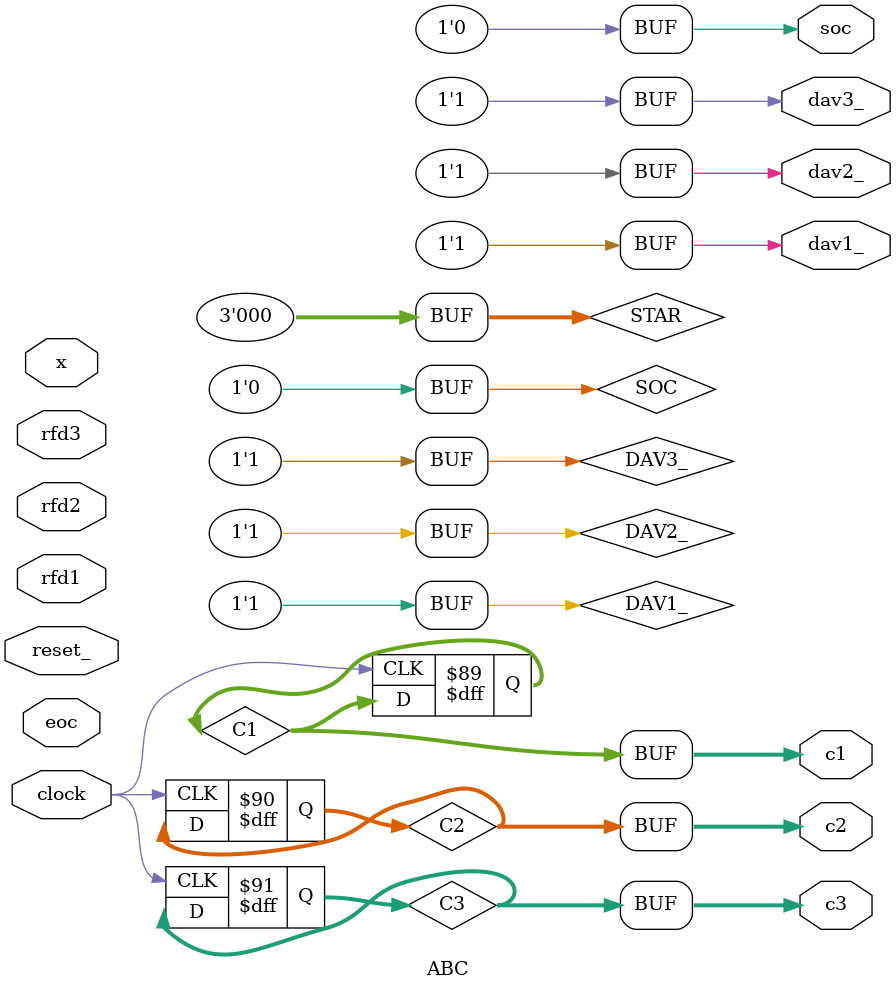
<source format=v>

module ABC (
    x,
    c1, c2, c3,
    soc, eoc,
    dav1_, rfd1,
    dav2_, rfd2,
    dav3_, rfd3,
    clock, reset_
);
    input [7:0] x;
    output [2:0] c1, c2, c3;
    input eoc;  output soc;
    input rfd1; output dav1_;
    input rfd2; output dav2_;
    input rfd3; output dav3_;
    input clock, reset_;

    //registro di stato
    reg [2:0] STAR;
    localparam
        S0 = 0,
        S1 = 1,
        S2 = 2,
        S3 = 3,
        S4 = 4;

    //registri operativi d'uscita
    reg [2:0] C1, C2, C3;
    assign c1 = C1;
    assign c2 = C2;
    assign c3 = C3;
    reg DAV1_;  assign dav1_ = DAV1_;
    reg DAV2_;  assign dav2_ = DAV2_;
    reg DAV3_;  assign dav3_ = DAV3_;
    reg SOC;    assign soc = SOC;

    //altri registri operativi
    reg [2:0] COUNT;    //conta quanti cicli faccio (ne dovrò fare 4)
    reg [7:0] X;        //registro che memorizza l'ingresso e che shifto per prelevare ogni volta la cifra meno significativa
    reg [2:0] N;        //lo uso per contare i bit a 1 di posto pari

    always @(reset_ == 0) #1 begin
        SOC <= 0;
        DAV1_ <= 1;
        DAV2_ <= 1;
        DAV3_ <= 1;
        STAR <= S0;
        //COUNT <= 0
    end

    always @(posedge clock) if(reset_ == 1) #2 begin
        casex (STAR)
            S0: begin
                //apro l'handshake con il produttore
                SOC <= 1;   //richiedo un nuovo dato
                STAR <= (eoc == 0) ? S1 : S0 ;  //salto quando il Produttore ha iniziato a produrre un nuovo dato
            end

            S1: begin
                //chiudo l'handshake con il produttore
                SOC <= 0;   //smetto di chiedere un nuovo dato
                STAR <= (eoc == 1) ? S2 : S1 ;  //salto quando il Produttore ha finito di produrre un nuovo dato
                //dato che salto quando il dato è pronto, posso campionare l'ingresso qui, in modo che l'ultimo campionamento (ovvero quello contemporaneo al salto prenda un dato valido)
                X <= x;
                COUNT <= 4; //dovrò leggere 4 dati uno alla volta
                N <= 0;     //azzero il contatore di bit
            end

            S2: begin
                //stadio in cui conto i bit a 1 di posto pari
                N <= (X[0] == 1) ? N+1 : N ;    //incremento se la LSD di X vale 1
                X <= { 2'B00, X[7:2] };         //shifto X a dx di due posti (così che la nuova LSD sia quella che prima del clock era al posto 2)
                COUNT <= COUNT - 1;
                STAR <= (COUNT == 1) ? S3 : S2; //quando COUNT == 1 al clock faccio la lettura dell'ultimo bit di posto pari (x6)
            end

            S3: begin
                //apro l'handshake con i consumatori
                DAV1_ <= 0;
                DAV2_ <= 0;
                DAV3_ <= 0;
                C1 <= N;
                C2 <= N;
                C3 <= N;
                STAR <= ( {rfd3, rfd2, rfd1} == 3'B000 ) ? S4 : S3 ;    //salto quando tutti e tre i consumatori hanno letto il dato
            end

            S4: begin
                //chiudo l'handshake con i consumatori
                DAV1_ <= 1;
                DAV2_ <= 1;
                DAV3_ <= 1;
                STAR <= ( {rfd3, rfd2, rfd1} == 3'B111 ) ? S0 : S4 ;    //salto quando tutti e tre i consumatori hanno chiuso l'handshake
            end
        endcase
    end

endmodule

</source>
